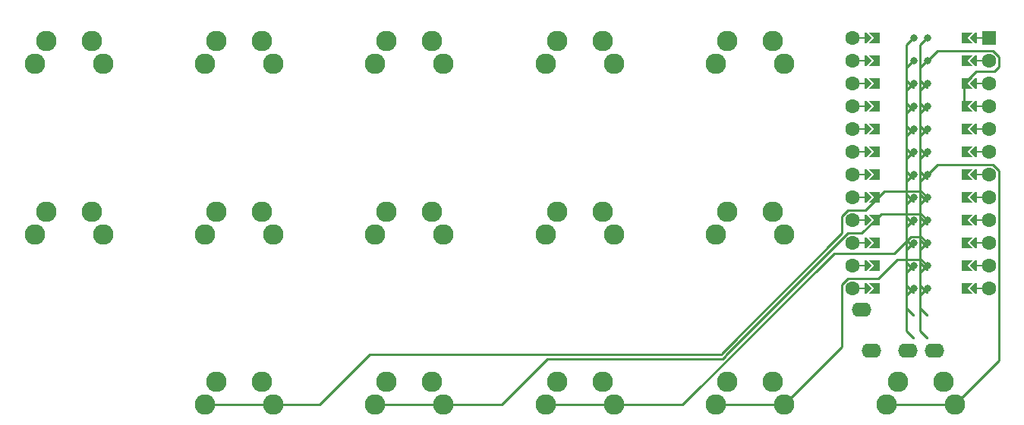
<source format=gbr>
%TF.GenerationSoftware,KiCad,Pcbnew,(6.0.4)*%
%TF.CreationDate,2022-10-08T16:53:47+11:00*%
%TF.ProjectId,bevel,62657665-6c2e-46b6-9963-61645f706362,v1.0.0*%
%TF.SameCoordinates,Original*%
%TF.FileFunction,Copper,L2,Bot*%
%TF.FilePolarity,Positive*%
%FSLAX46Y46*%
G04 Gerber Fmt 4.6, Leading zero omitted, Abs format (unit mm)*
G04 Created by KiCad (PCBNEW (6.0.4)) date 2022-10-08 16:53:47*
%MOMM*%
%LPD*%
G01*
G04 APERTURE LIST*
G04 Aperture macros list*
%AMFreePoly0*
4,1,5,0.125000,-0.500000,-0.125000,-0.500000,-0.125000,0.500000,0.125000,0.500000,0.125000,-0.500000,0.125000,-0.500000,$1*%
%AMFreePoly1*
4,1,6,0.600000,0.200000,0.000000,-0.400000,-0.600000,0.200000,-0.600000,0.400000,0.600000,0.400000,0.600000,0.200000,0.600000,0.200000,$1*%
%AMFreePoly2*
4,1,49,0.004773,0.123721,0.009154,0.124665,0.028961,0.117240,0.062500,0.108253,0.068237,0.102516,0.075053,0.099961,0.087617,0.083136,0.108253,0.062500,0.111178,0.051584,0.117161,0.043572,0.118539,0.024114,0.125000,0.000000,0.121239,-0.014035,0.122131,-0.026629,0.113759,-0.041951,0.108253,-0.062500,0.095644,-0.075109,0.088389,-0.088388,-0.641000,-0.817776,-0.641000,-4.770224,
0.088389,-5.499612,0.109852,-5.528356,0.124665,-5.597154,0.099961,-5.663053,0.043572,-5.705161,-0.026629,-5.710131,-0.088388,-5.676389,-0.854388,-4.910388,-0.867707,-4.892552,-0.871189,-4.889530,-0.871982,-4.886826,-0.875852,-4.881644,-0.882331,-4.851549,-0.891000,-4.822000,-0.891000,-0.766000,-0.887805,-0.743969,-0.888131,-0.739371,-0.886780,-0.736898,-0.885852,-0.730498,-0.869151,-0.704632,
-0.854388,-0.677612,-0.088388,0.088389,-0.064606,0.106147,-0.062500,0.108253,-0.061385,0.108552,-0.059644,0.109852,-0.043806,0.113262,0.000000,0.125000,0.004773,0.123721,0.004773,0.123721,$1*%
%AMFreePoly3*
4,1,6,0.600000,-0.250000,-0.600000,-0.250000,-0.600000,1.000000,0.000000,0.400000,0.600000,1.000000,0.600000,-0.250000,0.600000,-0.250000,$1*%
G04 Aperture macros list end*
%TA.AperFunction,ComponentPad*%
%ADD10C,1.600000*%
%TD*%
%TA.AperFunction,SMDPad,CuDef*%
%ADD11FreePoly0,90.000000*%
%TD*%
%TA.AperFunction,SMDPad,CuDef*%
%ADD12FreePoly1,90.000000*%
%TD*%
%TA.AperFunction,ComponentPad*%
%ADD13R,1.600000X1.600000*%
%TD*%
%TA.AperFunction,SMDPad,CuDef*%
%ADD14FreePoly1,270.000000*%
%TD*%
%TA.AperFunction,SMDPad,CuDef*%
%ADD15FreePoly0,270.000000*%
%TD*%
%TA.AperFunction,SMDPad,CuDef*%
%ADD16FreePoly2,270.000000*%
%TD*%
%TA.AperFunction,ComponentPad*%
%ADD17C,0.800000*%
%TD*%
%TA.AperFunction,SMDPad,CuDef*%
%ADD18FreePoly3,90.000000*%
%TD*%
%TA.AperFunction,SMDPad,CuDef*%
%ADD19FreePoly3,270.000000*%
%TD*%
%TA.AperFunction,SMDPad,CuDef*%
%ADD20FreePoly2,90.000000*%
%TD*%
%TA.AperFunction,ComponentPad*%
%ADD21C,2.286000*%
%TD*%
%TA.AperFunction,ComponentPad*%
%ADD22O,2.200000X1.600000*%
%TD*%
%TA.AperFunction,Conductor*%
%ADD23C,0.250000*%
%TD*%
G04 APERTURE END LIST*
D10*
%TO.P,MCU1,*%
%TO.N,*%
X108880000Y-26240000D03*
X108880000Y-38940000D03*
X108880000Y-16080000D03*
X124120000Y-16080000D03*
D11*
X110150000Y-38940000D03*
X110150000Y-21160000D03*
D12*
X110658000Y-16080000D03*
X110658000Y-18620000D03*
D11*
X110150000Y-44020000D03*
X110150000Y-23700000D03*
D13*
X124120000Y-16080000D03*
D14*
X122342000Y-44020000D03*
D15*
X122850000Y-31320000D03*
D10*
X108880000Y-41480000D03*
D12*
X110658000Y-38940000D03*
D10*
X108880000Y-18620000D03*
D14*
X122342000Y-31320000D03*
D10*
X124120000Y-33860000D03*
D11*
X110150000Y-16080000D03*
D10*
X108880000Y-21160000D03*
D14*
X122342000Y-21160000D03*
X122342000Y-16080000D03*
X122342000Y-33860000D03*
D10*
X108880000Y-44020000D03*
D12*
X110658000Y-21160000D03*
D15*
X122850000Y-38940000D03*
D10*
X108880000Y-31320000D03*
D11*
X110150000Y-26240000D03*
D10*
X124120000Y-31320000D03*
D14*
X122342000Y-38940000D03*
D10*
X108880000Y-23700000D03*
D15*
X122850000Y-23700000D03*
X122850000Y-18620000D03*
D14*
X122342000Y-23700000D03*
D12*
X110658000Y-36400000D03*
X110658000Y-28780000D03*
D11*
X110150000Y-31320000D03*
D12*
X110658000Y-26240000D03*
D15*
X122850000Y-33860000D03*
D14*
X122342000Y-36400000D03*
D11*
X110150000Y-41480000D03*
D10*
X124120000Y-44020000D03*
D15*
X122850000Y-16080000D03*
D14*
X122342000Y-18620000D03*
X122342000Y-41480000D03*
D12*
X110658000Y-33860000D03*
D10*
X124120000Y-38940000D03*
X124120000Y-28780000D03*
D11*
X110150000Y-33860000D03*
D15*
X122850000Y-44020000D03*
D12*
X110658000Y-44020000D03*
D10*
X124120000Y-18620000D03*
D15*
X122850000Y-41480000D03*
D12*
X110658000Y-23700000D03*
D15*
X122850000Y-28780000D03*
D11*
X110150000Y-28780000D03*
D15*
X122850000Y-21160000D03*
D10*
X108880000Y-33860000D03*
X124120000Y-36400000D03*
D11*
X110150000Y-36400000D03*
D12*
X110658000Y-41480000D03*
D10*
X108880000Y-28780000D03*
X124120000Y-23700000D03*
D12*
X110658000Y-31320000D03*
D10*
X124120000Y-21160000D03*
D15*
X122850000Y-36400000D03*
D10*
X108880000Y-36400000D03*
X124120000Y-41480000D03*
X124120000Y-26240000D03*
D14*
X122342000Y-28780000D03*
D15*
X122850000Y-26240000D03*
D11*
X110150000Y-18620000D03*
D14*
X122342000Y-26240000D03*
D16*
%TO.P,MCU1,1*%
%TO.N,RAW*%
X117262000Y-16080000D03*
D17*
X117262000Y-16080000D03*
D18*
X111674000Y-16080000D03*
D17*
%TO.P,MCU1,2*%
%TO.N,GND*%
X117262000Y-18620000D03*
D16*
X117262000Y-18620000D03*
D18*
%TO.N,N/C*%
X111674000Y-18620000D03*
%TO.P,MCU1,3*%
%TO.N,RST*%
X111674000Y-21160000D03*
D17*
X117262000Y-21160000D03*
D16*
X117262000Y-21160000D03*
%TO.P,MCU1,4*%
%TO.N,VCC*%
X117262000Y-23700000D03*
D17*
X117262000Y-23700000D03*
D18*
X111674000Y-23700000D03*
%TO.P,MCU1,5*%
%TO.N,P21*%
X111674000Y-26240000D03*
D16*
X117262000Y-26240000D03*
D17*
X117262000Y-26240000D03*
D16*
%TO.P,MCU1,6*%
%TO.N,P20*%
X117262000Y-28780000D03*
D17*
X117262000Y-28780000D03*
D18*
X111674000Y-28780000D03*
%TO.P,MCU1,7*%
%TO.N,matrix_inner_bottom*%
X111674000Y-31320000D03*
D17*
X117262000Y-31320000D03*
D16*
X117262000Y-31320000D03*
D18*
%TO.P,MCU1,8*%
%TO.N,matrix_pinky_bottom*%
X111674000Y-33860000D03*
D16*
X117262000Y-33860000D03*
D17*
X117262000Y-33860000D03*
%TO.P,MCU1,9*%
%TO.N,matrix_ring_bottom*%
X117262000Y-36400000D03*
D16*
X117262000Y-36400000D03*
D18*
X111674000Y-36400000D03*
%TO.P,MCU1,10*%
%TO.N,matrix_middle_bottom*%
X111674000Y-38940000D03*
D16*
X117262000Y-38940000D03*
D17*
X117262000Y-38940000D03*
D18*
%TO.P,MCU1,11*%
%TO.N,matrix_pointer_bottom*%
X111674000Y-41480000D03*
D16*
X117262000Y-41480000D03*
D17*
X117262000Y-41480000D03*
D16*
%TO.P,MCU1,12*%
%TO.N,matrix_pinky_home*%
X117262000Y-44020000D03*
D18*
X111674000Y-44020000D03*
D17*
X117262000Y-44020000D03*
D19*
%TO.P,MCU1,13*%
%TO.N,matrix_ring_home*%
X121326000Y-44020000D03*
D17*
X115738000Y-44020000D03*
D20*
X115738000Y-44020000D03*
%TO.P,MCU1,14*%
%TO.N,matrix_middle_home*%
X115738000Y-41480000D03*
D19*
X121326000Y-41480000D03*
D17*
X115738000Y-41480000D03*
D19*
%TO.P,MCU1,15*%
%TO.N,matrix_pointer_home*%
X121326000Y-38940000D03*
D20*
X115738000Y-38940000D03*
D17*
X115738000Y-38940000D03*
D19*
%TO.P,MCU1,16*%
%TO.N,matrix_inner_home*%
X121326000Y-36400000D03*
D17*
X115738000Y-36400000D03*
D20*
X115738000Y-36400000D03*
%TO.P,MCU1,17*%
%TO.N,matrix_pinky_top*%
X115738000Y-33860000D03*
D17*
X115738000Y-33860000D03*
D19*
X121326000Y-33860000D03*
%TO.P,MCU1,18*%
%TO.N,matrix_ring_top*%
X121326000Y-31320000D03*
D20*
X115738000Y-31320000D03*
D17*
X115738000Y-31320000D03*
%TO.P,MCU1,19*%
%TO.N,matrix_middle_top*%
X115738000Y-28780000D03*
D19*
X121326000Y-28780000D03*
D20*
X115738000Y-28780000D03*
D19*
%TO.P,MCU1,20*%
%TO.N,matrix_pointer_top*%
X121326000Y-26240000D03*
D20*
X115738000Y-26240000D03*
D17*
X115738000Y-26240000D03*
D19*
%TO.P,MCU1,21*%
%TO.N,GND*%
X121326000Y-23700000D03*
D20*
X115738000Y-23700000D03*
D17*
X115738000Y-23700000D03*
%TO.P,MCU1,22*%
X115738000Y-21160000D03*
D20*
X115738000Y-21160000D03*
D19*
X121326000Y-21160000D03*
D17*
%TO.P,MCU1,23*%
%TO.N,matrix_inner_top*%
X115738000Y-18620000D03*
D19*
X121326000Y-18620000D03*
D20*
X115738000Y-18620000D03*
%TO.P,MCU1,24*%
%TO.N,P1*%
X115738000Y-16080000D03*
D17*
X115738000Y-16080000D03*
D19*
X121326000Y-16080000D03*
%TD*%
D21*
%TO.P,S14,1*%
%TO.N,GND*%
X100040000Y-35420000D03*
X94960000Y-35420000D03*
%TO.P,S14,2*%
%TO.N,matrix_inner_home*%
X93690000Y-37960000D03*
X101310000Y-37960000D03*
%TD*%
%TO.P,S9,1*%
%TO.N,GND*%
X56960000Y-16420000D03*
X62040000Y-16420000D03*
%TO.P,S9,2*%
%TO.N,matrix_middle_top*%
X63310000Y-18960000D03*
X55690000Y-18960000D03*
%TD*%
%TO.P,S11,1*%
%TO.N,GND*%
X81040000Y-35420000D03*
X75960000Y-35420000D03*
%TO.P,S11,2*%
%TO.N,matrix_pointer_home*%
X82310000Y-37960000D03*
X74690000Y-37960000D03*
%TD*%
%TO.P,S5,1*%
%TO.N,GND*%
X37960000Y-35420000D03*
X43040000Y-35420000D03*
%TO.P,S5,2*%
%TO.N,matrix_ring_home*%
X44310000Y-37960000D03*
X36690000Y-37960000D03*
%TD*%
%TO.P,S2,1*%
%TO.N,GND*%
X24040000Y-35420000D03*
X18960000Y-35420000D03*
%TO.P,S2,2*%
%TO.N,matrix_pinky_home*%
X17690000Y-37960000D03*
X25310000Y-37960000D03*
%TD*%
%TO.P,S7,1*%
%TO.N,GND*%
X81040000Y-54420000D03*
X75960000Y-54420000D03*
%TO.P,S7,2*%
%TO.N,matrix_middle_bottom*%
X74690000Y-56960000D03*
X82310000Y-56960000D03*
%TD*%
%TO.P,S13,1*%
%TO.N,GND*%
X113960000Y-54420000D03*
X119040000Y-54420000D03*
%TO.P,S13,2*%
%TO.N,matrix_inner_bottom*%
X112690000Y-56960000D03*
X120310000Y-56960000D03*
%TD*%
D22*
%TO.P,REF\u002A\u002A,1*%
%TO.N,GND*%
X109950000Y-46350000D03*
%TO.P,REF\u002A\u002A,2*%
X111050000Y-50950000D03*
%TO.P,REF\u002A\u002A,3*%
%TO.N,P21*%
X115050000Y-50950000D03*
%TO.P,REF\u002A\u002A,4*%
%TO.N,VCC*%
X118050000Y-50950000D03*
%TD*%
D21*
%TO.P,S8,1*%
%TO.N,GND*%
X62040000Y-35420000D03*
X56960000Y-35420000D03*
%TO.P,S8,2*%
%TO.N,matrix_middle_home*%
X63310000Y-37960000D03*
X55690000Y-37960000D03*
%TD*%
%TO.P,S10,1*%
%TO.N,GND*%
X100040000Y-54420000D03*
X94960000Y-54420000D03*
%TO.P,S10,2*%
%TO.N,matrix_pointer_bottom*%
X93690000Y-56960000D03*
X101310000Y-56960000D03*
%TD*%
%TO.P,S15,1*%
%TO.N,GND*%
X94960000Y-16420000D03*
X100040000Y-16420000D03*
%TO.P,S15,2*%
%TO.N,matrix_inner_top*%
X101310000Y-18960000D03*
X93690000Y-18960000D03*
%TD*%
%TO.P,S4,1*%
%TO.N,GND*%
X56960000Y-54420000D03*
X62040000Y-54420000D03*
%TO.P,S4,2*%
%TO.N,matrix_ring_bottom*%
X55690000Y-56960000D03*
X63310000Y-56960000D03*
%TD*%
%TO.P,S12,1*%
%TO.N,GND*%
X81040000Y-16420000D03*
X75960000Y-16420000D03*
%TO.P,S12,2*%
%TO.N,matrix_pointer_top*%
X74690000Y-18960000D03*
X82310000Y-18960000D03*
%TD*%
%TO.P,S3,1*%
%TO.N,GND*%
X18960000Y-16420000D03*
X24040000Y-16420000D03*
%TO.P,S3,2*%
%TO.N,matrix_pinky_top*%
X17690000Y-18960000D03*
X25310000Y-18960000D03*
%TD*%
%TO.P,S1,1*%
%TO.N,GND*%
X37960000Y-54420000D03*
X43040000Y-54420000D03*
%TO.P,S1,2*%
%TO.N,matrix_pinky_bottom*%
X44310000Y-56960000D03*
X36690000Y-56960000D03*
%TD*%
%TO.P,S6,1*%
%TO.N,GND*%
X43040000Y-16420000D03*
X37960000Y-16420000D03*
%TO.P,S6,2*%
%TO.N,matrix_ring_top*%
X44310000Y-18960000D03*
X36690000Y-18960000D03*
%TD*%
D23*
%TO.N,GND*%
X122741489Y-19744511D02*
X124755489Y-19744511D01*
X124755489Y-19744511D02*
X125244511Y-19255489D01*
X125244511Y-18154211D02*
X124585789Y-17495489D01*
X125244511Y-19255489D02*
X125244511Y-18154211D01*
X121326000Y-21160000D02*
X122741489Y-19744511D01*
X124585789Y-17495489D02*
X118386511Y-17495489D01*
X118386511Y-17495489D02*
X117262000Y-18620000D01*
X121326000Y-23700000D02*
X121326000Y-21160000D01*
%TO.N,matrix_pinky_bottom*%
X107755489Y-35934211D02*
X108414211Y-35275489D01*
X94340366Y-51323687D02*
X94340366Y-51253616D01*
X94340366Y-51253616D02*
X107755489Y-37838493D01*
X36690000Y-56960000D02*
X44310000Y-56960000D01*
X55076313Y-51323687D02*
X94340366Y-51323687D01*
X49440000Y-56960000D02*
X55076313Y-51323687D01*
X107755489Y-37838493D02*
X107755489Y-35934211D01*
X110318493Y-35275489D02*
X112458493Y-33135489D01*
X116537489Y-33135489D02*
X117262000Y-33860000D01*
X108414211Y-35275489D02*
X110318493Y-35275489D01*
X112458493Y-33135489D02*
X116537489Y-33135489D01*
X44310000Y-56960000D02*
X49440000Y-56960000D01*
%TO.N,matrix_ring_bottom*%
X116537489Y-35675489D02*
X117262000Y-36400000D01*
X74840000Y-51880000D02*
X94419771Y-51880000D01*
X108414211Y-37815489D02*
X109960031Y-37815489D01*
X109960031Y-37815489D02*
X112100031Y-35675489D01*
X63310000Y-56960000D02*
X69760000Y-56960000D01*
X55690000Y-56960000D02*
X63310000Y-56960000D01*
X94789886Y-51509885D02*
X94789886Y-51439814D01*
X69760000Y-56960000D02*
X74840000Y-51880000D01*
X94789886Y-51439814D02*
X108414211Y-37815489D01*
X94419771Y-51880000D02*
X94789886Y-51509885D01*
X112100031Y-35675489D02*
X116537489Y-35675489D01*
%TO.N,matrix_middle_bottom*%
X89975489Y-56960000D02*
X106870978Y-40064511D01*
X115437897Y-38215489D02*
X116537489Y-38215489D01*
X82310000Y-56960000D02*
X89975489Y-56960000D01*
X116537489Y-38215489D02*
X117262000Y-38940000D01*
X106870978Y-40064511D02*
X113588875Y-40064511D01*
X113588875Y-40064511D02*
X115437897Y-38215489D01*
X74690000Y-56960000D02*
X82310000Y-56960000D01*
%TO.N,matrix_pointer_bottom*%
X107755489Y-43554211D02*
X108414211Y-42895489D01*
X107755489Y-50514511D02*
X107755489Y-43554211D01*
X111764511Y-42895489D02*
X113904511Y-40755489D01*
X113904511Y-40755489D02*
X116537489Y-40755489D01*
X116537489Y-40755489D02*
X117262000Y-41480000D01*
X101310000Y-56960000D02*
X107755489Y-50514511D01*
X93690000Y-56960000D02*
X101310000Y-56960000D01*
X108414211Y-42895489D02*
X111764511Y-42895489D01*
%TO.N,matrix_inner_bottom*%
X118386511Y-30195489D02*
X117262000Y-31320000D01*
X112690000Y-56960000D02*
X120310000Y-56960000D01*
X125244511Y-52025489D02*
X125244511Y-30854211D01*
X120310000Y-56960000D02*
X125244511Y-52025489D01*
X124585789Y-30195489D02*
X118386511Y-30195489D01*
X125244511Y-30854211D02*
X124585789Y-30195489D01*
%TD*%
M02*

</source>
